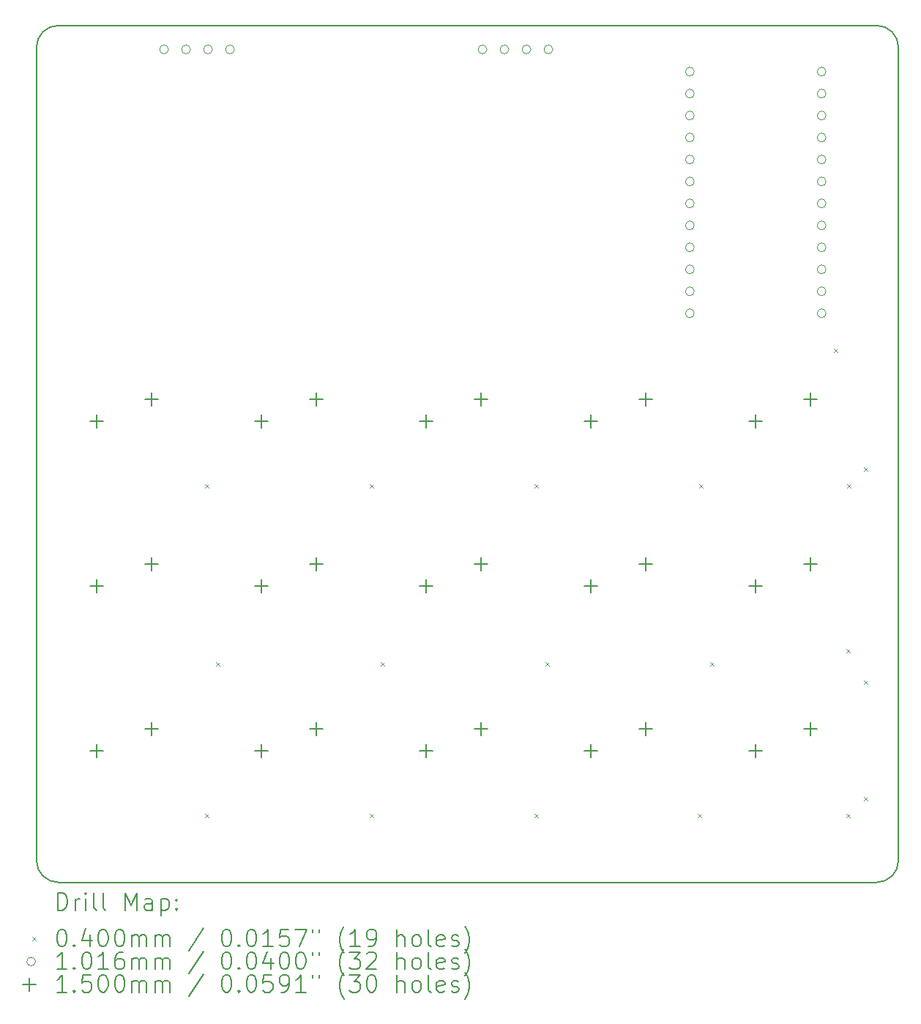
<source format=gbr>
%TF.GenerationSoftware,KiCad,Pcbnew,(6.0.10)*%
%TF.CreationDate,2023-01-16T10:49:57+01:00*%
%TF.ProjectId,FireKey,46697265-4b65-4792-9e6b-696361645f70,1.1.0*%
%TF.SameCoordinates,Original*%
%TF.FileFunction,Drillmap*%
%TF.FilePolarity,Positive*%
%FSLAX45Y45*%
G04 Gerber Fmt 4.5, Leading zero omitted, Abs format (unit mm)*
G04 Created by KiCad (PCBNEW (6.0.10)) date 2023-01-16 10:49:57*
%MOMM*%
%LPD*%
G01*
G04 APERTURE LIST*
%ADD10C,0.200000*%
%ADD11C,0.040000*%
%ADD12C,0.101600*%
%ADD13C,0.150000*%
G04 APERTURE END LIST*
D10*
X24955500Y-3810000D02*
X15494000Y-3810000D01*
X24955500Y-13716000D02*
X15494000Y-13716000D01*
X15240000Y-13462000D02*
G75*
G03*
X15494000Y-13716000I254000J0D01*
G01*
X24955500Y-13716000D02*
G75*
G03*
X25209500Y-13462000I0J254000D01*
G01*
X25209500Y-4064000D02*
G75*
G03*
X24955500Y-3810000I-254000J0D01*
G01*
X15494000Y-3810000D02*
G75*
G03*
X15240000Y-4064000I0J-254000D01*
G01*
X25209500Y-4064000D02*
X25209500Y-13462000D01*
X15240000Y-13462000D02*
X15240000Y-4064000D01*
D11*
X17188500Y-9111300D02*
X17228500Y-9151300D01*
X17228500Y-9111300D02*
X17188500Y-9151300D01*
X17188500Y-12921300D02*
X17228500Y-12961300D01*
X17228500Y-12921300D02*
X17188500Y-12961300D01*
X17315500Y-11168700D02*
X17355500Y-11208700D01*
X17355500Y-11168700D02*
X17315500Y-11208700D01*
X19093500Y-9111300D02*
X19133500Y-9151300D01*
X19133500Y-9111300D02*
X19093500Y-9151300D01*
X19093500Y-12921300D02*
X19133500Y-12961300D01*
X19133500Y-12921300D02*
X19093500Y-12961300D01*
X19220500Y-11168700D02*
X19260500Y-11208700D01*
X19260500Y-11168700D02*
X19220500Y-11208700D01*
X20998500Y-9111300D02*
X21038500Y-9151300D01*
X21038500Y-9111300D02*
X20998500Y-9151300D01*
X20998500Y-12921300D02*
X21038500Y-12961300D01*
X21038500Y-12921300D02*
X20998500Y-12961300D01*
X21125500Y-11168700D02*
X21165500Y-11208700D01*
X21165500Y-11168700D02*
X21125500Y-11208700D01*
X22890800Y-12921300D02*
X22930800Y-12961300D01*
X22930800Y-12921300D02*
X22890800Y-12961300D01*
X22903500Y-9111300D02*
X22943500Y-9151300D01*
X22943500Y-9111300D02*
X22903500Y-9151300D01*
X23030500Y-11168700D02*
X23070500Y-11208700D01*
X23070500Y-11168700D02*
X23030500Y-11208700D01*
X24465600Y-7549200D02*
X24505600Y-7589200D01*
X24505600Y-7549200D02*
X24465600Y-7589200D01*
X24605300Y-11016300D02*
X24645300Y-11056300D01*
X24645300Y-11016300D02*
X24605300Y-11056300D01*
X24605300Y-12921300D02*
X24645300Y-12961300D01*
X24645300Y-12921300D02*
X24605300Y-12961300D01*
X24618000Y-9111300D02*
X24658000Y-9151300D01*
X24658000Y-9111300D02*
X24618000Y-9151300D01*
X24808500Y-8920800D02*
X24848500Y-8960800D01*
X24848500Y-8920800D02*
X24808500Y-8960800D01*
X24808500Y-11384600D02*
X24848500Y-11424600D01*
X24848500Y-11384600D02*
X24808500Y-11424600D01*
X24808500Y-12730800D02*
X24848500Y-12770800D01*
X24848500Y-12730800D02*
X24808500Y-12770800D01*
D12*
X16767300Y-4087500D02*
G75*
G03*
X16767300Y-4087500I-50800J0D01*
G01*
X17021300Y-4087500D02*
G75*
G03*
X17021300Y-4087500I-50800J0D01*
G01*
X17275300Y-4087500D02*
G75*
G03*
X17275300Y-4087500I-50800J0D01*
G01*
X17529300Y-4087500D02*
G75*
G03*
X17529300Y-4087500I-50800J0D01*
G01*
X20450300Y-4087500D02*
G75*
G03*
X20450300Y-4087500I-50800J0D01*
G01*
X20704300Y-4087500D02*
G75*
G03*
X20704300Y-4087500I-50800J0D01*
G01*
X20958300Y-4087500D02*
G75*
G03*
X20958300Y-4087500I-50800J0D01*
G01*
X21212300Y-4087500D02*
G75*
G03*
X21212300Y-4087500I-50800J0D01*
G01*
X22847300Y-4343400D02*
G75*
G03*
X22847300Y-4343400I-50800J0D01*
G01*
X22847300Y-4597400D02*
G75*
G03*
X22847300Y-4597400I-50800J0D01*
G01*
X22847300Y-4851400D02*
G75*
G03*
X22847300Y-4851400I-50800J0D01*
G01*
X22847300Y-5105400D02*
G75*
G03*
X22847300Y-5105400I-50800J0D01*
G01*
X22847300Y-5359400D02*
G75*
G03*
X22847300Y-5359400I-50800J0D01*
G01*
X22847300Y-5613400D02*
G75*
G03*
X22847300Y-5613400I-50800J0D01*
G01*
X22847300Y-5867400D02*
G75*
G03*
X22847300Y-5867400I-50800J0D01*
G01*
X22847300Y-6121400D02*
G75*
G03*
X22847300Y-6121400I-50800J0D01*
G01*
X22847300Y-6375400D02*
G75*
G03*
X22847300Y-6375400I-50800J0D01*
G01*
X22847300Y-6629400D02*
G75*
G03*
X22847300Y-6629400I-50800J0D01*
G01*
X22847300Y-6883400D02*
G75*
G03*
X22847300Y-6883400I-50800J0D01*
G01*
X22847300Y-7137400D02*
G75*
G03*
X22847300Y-7137400I-50800J0D01*
G01*
X24371300Y-4343400D02*
G75*
G03*
X24371300Y-4343400I-50800J0D01*
G01*
X24371300Y-4597400D02*
G75*
G03*
X24371300Y-4597400I-50800J0D01*
G01*
X24371300Y-4851400D02*
G75*
G03*
X24371300Y-4851400I-50800J0D01*
G01*
X24371300Y-5105400D02*
G75*
G03*
X24371300Y-5105400I-50800J0D01*
G01*
X24371300Y-5359400D02*
G75*
G03*
X24371300Y-5359400I-50800J0D01*
G01*
X24371300Y-5613400D02*
G75*
G03*
X24371300Y-5613400I-50800J0D01*
G01*
X24371300Y-5867400D02*
G75*
G03*
X24371300Y-5867400I-50800J0D01*
G01*
X24371300Y-6121400D02*
G75*
G03*
X24371300Y-6121400I-50800J0D01*
G01*
X24371300Y-6375400D02*
G75*
G03*
X24371300Y-6375400I-50800J0D01*
G01*
X24371300Y-6629400D02*
G75*
G03*
X24371300Y-6629400I-50800J0D01*
G01*
X24371300Y-6883400D02*
G75*
G03*
X24371300Y-6883400I-50800J0D01*
G01*
X24371300Y-7137400D02*
G75*
G03*
X24371300Y-7137400I-50800J0D01*
G01*
D13*
X15938500Y-8307000D02*
X15938500Y-8457000D01*
X15863500Y-8382000D02*
X16013500Y-8382000D01*
X15938500Y-10212000D02*
X15938500Y-10362000D01*
X15863500Y-10287000D02*
X16013500Y-10287000D01*
X15938500Y-12117000D02*
X15938500Y-12267000D01*
X15863500Y-12192000D02*
X16013500Y-12192000D01*
X16573500Y-8053000D02*
X16573500Y-8203000D01*
X16498500Y-8128000D02*
X16648500Y-8128000D01*
X16573500Y-9958000D02*
X16573500Y-10108000D01*
X16498500Y-10033000D02*
X16648500Y-10033000D01*
X16573500Y-11863000D02*
X16573500Y-12013000D01*
X16498500Y-11938000D02*
X16648500Y-11938000D01*
X17843500Y-8307000D02*
X17843500Y-8457000D01*
X17768500Y-8382000D02*
X17918500Y-8382000D01*
X17843500Y-10212000D02*
X17843500Y-10362000D01*
X17768500Y-10287000D02*
X17918500Y-10287000D01*
X17843500Y-12117000D02*
X17843500Y-12267000D01*
X17768500Y-12192000D02*
X17918500Y-12192000D01*
X18478500Y-8053000D02*
X18478500Y-8203000D01*
X18403500Y-8128000D02*
X18553500Y-8128000D01*
X18478500Y-9958000D02*
X18478500Y-10108000D01*
X18403500Y-10033000D02*
X18553500Y-10033000D01*
X18478500Y-11863000D02*
X18478500Y-12013000D01*
X18403500Y-11938000D02*
X18553500Y-11938000D01*
X19748500Y-8307000D02*
X19748500Y-8457000D01*
X19673500Y-8382000D02*
X19823500Y-8382000D01*
X19748500Y-10212000D02*
X19748500Y-10362000D01*
X19673500Y-10287000D02*
X19823500Y-10287000D01*
X19748500Y-12117000D02*
X19748500Y-12267000D01*
X19673500Y-12192000D02*
X19823500Y-12192000D01*
X20383500Y-8053000D02*
X20383500Y-8203000D01*
X20308500Y-8128000D02*
X20458500Y-8128000D01*
X20383500Y-9958000D02*
X20383500Y-10108000D01*
X20308500Y-10033000D02*
X20458500Y-10033000D01*
X20383500Y-11863000D02*
X20383500Y-12013000D01*
X20308500Y-11938000D02*
X20458500Y-11938000D01*
X21653500Y-8307000D02*
X21653500Y-8457000D01*
X21578500Y-8382000D02*
X21728500Y-8382000D01*
X21653500Y-10212000D02*
X21653500Y-10362000D01*
X21578500Y-10287000D02*
X21728500Y-10287000D01*
X21653500Y-12117000D02*
X21653500Y-12267000D01*
X21578500Y-12192000D02*
X21728500Y-12192000D01*
X22288500Y-8053000D02*
X22288500Y-8203000D01*
X22213500Y-8128000D02*
X22363500Y-8128000D01*
X22288500Y-9958000D02*
X22288500Y-10108000D01*
X22213500Y-10033000D02*
X22363500Y-10033000D01*
X22288500Y-11863000D02*
X22288500Y-12013000D01*
X22213500Y-11938000D02*
X22363500Y-11938000D01*
X23558500Y-8307000D02*
X23558500Y-8457000D01*
X23483500Y-8382000D02*
X23633500Y-8382000D01*
X23558500Y-10212000D02*
X23558500Y-10362000D01*
X23483500Y-10287000D02*
X23633500Y-10287000D01*
X23558500Y-12117000D02*
X23558500Y-12267000D01*
X23483500Y-12192000D02*
X23633500Y-12192000D01*
X24193500Y-8053000D02*
X24193500Y-8203000D01*
X24118500Y-8128000D02*
X24268500Y-8128000D01*
X24193500Y-9958000D02*
X24193500Y-10108000D01*
X24118500Y-10033000D02*
X24268500Y-10033000D01*
X24193500Y-11863000D02*
X24193500Y-12013000D01*
X24118500Y-11938000D02*
X24268500Y-11938000D01*
D10*
X15487619Y-14036476D02*
X15487619Y-13836476D01*
X15535238Y-13836476D01*
X15563809Y-13846000D01*
X15582857Y-13865048D01*
X15592381Y-13884095D01*
X15601905Y-13922190D01*
X15601905Y-13950762D01*
X15592381Y-13988857D01*
X15582857Y-14007905D01*
X15563809Y-14026952D01*
X15535238Y-14036476D01*
X15487619Y-14036476D01*
X15687619Y-14036476D02*
X15687619Y-13903143D01*
X15687619Y-13941238D02*
X15697143Y-13922190D01*
X15706667Y-13912667D01*
X15725714Y-13903143D01*
X15744762Y-13903143D01*
X15811428Y-14036476D02*
X15811428Y-13903143D01*
X15811428Y-13836476D02*
X15801905Y-13846000D01*
X15811428Y-13855524D01*
X15820952Y-13846000D01*
X15811428Y-13836476D01*
X15811428Y-13855524D01*
X15935238Y-14036476D02*
X15916190Y-14026952D01*
X15906667Y-14007905D01*
X15906667Y-13836476D01*
X16040000Y-14036476D02*
X16020952Y-14026952D01*
X16011428Y-14007905D01*
X16011428Y-13836476D01*
X16268571Y-14036476D02*
X16268571Y-13836476D01*
X16335238Y-13979333D01*
X16401905Y-13836476D01*
X16401905Y-14036476D01*
X16582857Y-14036476D02*
X16582857Y-13931714D01*
X16573333Y-13912667D01*
X16554286Y-13903143D01*
X16516190Y-13903143D01*
X16497143Y-13912667D01*
X16582857Y-14026952D02*
X16563809Y-14036476D01*
X16516190Y-14036476D01*
X16497143Y-14026952D01*
X16487619Y-14007905D01*
X16487619Y-13988857D01*
X16497143Y-13969809D01*
X16516190Y-13960286D01*
X16563809Y-13960286D01*
X16582857Y-13950762D01*
X16678095Y-13903143D02*
X16678095Y-14103143D01*
X16678095Y-13912667D02*
X16697143Y-13903143D01*
X16735238Y-13903143D01*
X16754286Y-13912667D01*
X16763809Y-13922190D01*
X16773333Y-13941238D01*
X16773333Y-13998381D01*
X16763809Y-14017428D01*
X16754286Y-14026952D01*
X16735238Y-14036476D01*
X16697143Y-14036476D01*
X16678095Y-14026952D01*
X16859048Y-14017428D02*
X16868571Y-14026952D01*
X16859048Y-14036476D01*
X16849524Y-14026952D01*
X16859048Y-14017428D01*
X16859048Y-14036476D01*
X16859048Y-13912667D02*
X16868571Y-13922190D01*
X16859048Y-13931714D01*
X16849524Y-13922190D01*
X16859048Y-13912667D01*
X16859048Y-13931714D01*
D11*
X15190000Y-14346000D02*
X15230000Y-14386000D01*
X15230000Y-14346000D02*
X15190000Y-14386000D01*
D10*
X15525714Y-14256476D02*
X15544762Y-14256476D01*
X15563809Y-14266000D01*
X15573333Y-14275524D01*
X15582857Y-14294571D01*
X15592381Y-14332667D01*
X15592381Y-14380286D01*
X15582857Y-14418381D01*
X15573333Y-14437428D01*
X15563809Y-14446952D01*
X15544762Y-14456476D01*
X15525714Y-14456476D01*
X15506667Y-14446952D01*
X15497143Y-14437428D01*
X15487619Y-14418381D01*
X15478095Y-14380286D01*
X15478095Y-14332667D01*
X15487619Y-14294571D01*
X15497143Y-14275524D01*
X15506667Y-14266000D01*
X15525714Y-14256476D01*
X15678095Y-14437428D02*
X15687619Y-14446952D01*
X15678095Y-14456476D01*
X15668571Y-14446952D01*
X15678095Y-14437428D01*
X15678095Y-14456476D01*
X15859048Y-14323143D02*
X15859048Y-14456476D01*
X15811428Y-14246952D02*
X15763809Y-14389809D01*
X15887619Y-14389809D01*
X16001905Y-14256476D02*
X16020952Y-14256476D01*
X16040000Y-14266000D01*
X16049524Y-14275524D01*
X16059048Y-14294571D01*
X16068571Y-14332667D01*
X16068571Y-14380286D01*
X16059048Y-14418381D01*
X16049524Y-14437428D01*
X16040000Y-14446952D01*
X16020952Y-14456476D01*
X16001905Y-14456476D01*
X15982857Y-14446952D01*
X15973333Y-14437428D01*
X15963809Y-14418381D01*
X15954286Y-14380286D01*
X15954286Y-14332667D01*
X15963809Y-14294571D01*
X15973333Y-14275524D01*
X15982857Y-14266000D01*
X16001905Y-14256476D01*
X16192381Y-14256476D02*
X16211428Y-14256476D01*
X16230476Y-14266000D01*
X16240000Y-14275524D01*
X16249524Y-14294571D01*
X16259048Y-14332667D01*
X16259048Y-14380286D01*
X16249524Y-14418381D01*
X16240000Y-14437428D01*
X16230476Y-14446952D01*
X16211428Y-14456476D01*
X16192381Y-14456476D01*
X16173333Y-14446952D01*
X16163809Y-14437428D01*
X16154286Y-14418381D01*
X16144762Y-14380286D01*
X16144762Y-14332667D01*
X16154286Y-14294571D01*
X16163809Y-14275524D01*
X16173333Y-14266000D01*
X16192381Y-14256476D01*
X16344762Y-14456476D02*
X16344762Y-14323143D01*
X16344762Y-14342190D02*
X16354286Y-14332667D01*
X16373333Y-14323143D01*
X16401905Y-14323143D01*
X16420952Y-14332667D01*
X16430476Y-14351714D01*
X16430476Y-14456476D01*
X16430476Y-14351714D02*
X16440000Y-14332667D01*
X16459048Y-14323143D01*
X16487619Y-14323143D01*
X16506667Y-14332667D01*
X16516190Y-14351714D01*
X16516190Y-14456476D01*
X16611428Y-14456476D02*
X16611428Y-14323143D01*
X16611428Y-14342190D02*
X16620952Y-14332667D01*
X16640000Y-14323143D01*
X16668571Y-14323143D01*
X16687619Y-14332667D01*
X16697143Y-14351714D01*
X16697143Y-14456476D01*
X16697143Y-14351714D02*
X16706667Y-14332667D01*
X16725714Y-14323143D01*
X16754286Y-14323143D01*
X16773333Y-14332667D01*
X16782857Y-14351714D01*
X16782857Y-14456476D01*
X17173333Y-14246952D02*
X17001905Y-14504095D01*
X17430476Y-14256476D02*
X17449524Y-14256476D01*
X17468571Y-14266000D01*
X17478095Y-14275524D01*
X17487619Y-14294571D01*
X17497143Y-14332667D01*
X17497143Y-14380286D01*
X17487619Y-14418381D01*
X17478095Y-14437428D01*
X17468571Y-14446952D01*
X17449524Y-14456476D01*
X17430476Y-14456476D01*
X17411429Y-14446952D01*
X17401905Y-14437428D01*
X17392381Y-14418381D01*
X17382857Y-14380286D01*
X17382857Y-14332667D01*
X17392381Y-14294571D01*
X17401905Y-14275524D01*
X17411429Y-14266000D01*
X17430476Y-14256476D01*
X17582857Y-14437428D02*
X17592381Y-14446952D01*
X17582857Y-14456476D01*
X17573333Y-14446952D01*
X17582857Y-14437428D01*
X17582857Y-14456476D01*
X17716190Y-14256476D02*
X17735238Y-14256476D01*
X17754286Y-14266000D01*
X17763810Y-14275524D01*
X17773333Y-14294571D01*
X17782857Y-14332667D01*
X17782857Y-14380286D01*
X17773333Y-14418381D01*
X17763810Y-14437428D01*
X17754286Y-14446952D01*
X17735238Y-14456476D01*
X17716190Y-14456476D01*
X17697143Y-14446952D01*
X17687619Y-14437428D01*
X17678095Y-14418381D01*
X17668571Y-14380286D01*
X17668571Y-14332667D01*
X17678095Y-14294571D01*
X17687619Y-14275524D01*
X17697143Y-14266000D01*
X17716190Y-14256476D01*
X17973333Y-14456476D02*
X17859048Y-14456476D01*
X17916190Y-14456476D02*
X17916190Y-14256476D01*
X17897143Y-14285048D01*
X17878095Y-14304095D01*
X17859048Y-14313619D01*
X18154286Y-14256476D02*
X18059048Y-14256476D01*
X18049524Y-14351714D01*
X18059048Y-14342190D01*
X18078095Y-14332667D01*
X18125714Y-14332667D01*
X18144762Y-14342190D01*
X18154286Y-14351714D01*
X18163810Y-14370762D01*
X18163810Y-14418381D01*
X18154286Y-14437428D01*
X18144762Y-14446952D01*
X18125714Y-14456476D01*
X18078095Y-14456476D01*
X18059048Y-14446952D01*
X18049524Y-14437428D01*
X18230476Y-14256476D02*
X18363810Y-14256476D01*
X18278095Y-14456476D01*
X18430476Y-14256476D02*
X18430476Y-14294571D01*
X18506667Y-14256476D02*
X18506667Y-14294571D01*
X18801905Y-14532667D02*
X18792381Y-14523143D01*
X18773333Y-14494571D01*
X18763810Y-14475524D01*
X18754286Y-14446952D01*
X18744762Y-14399333D01*
X18744762Y-14361238D01*
X18754286Y-14313619D01*
X18763810Y-14285048D01*
X18773333Y-14266000D01*
X18792381Y-14237428D01*
X18801905Y-14227905D01*
X18982857Y-14456476D02*
X18868571Y-14456476D01*
X18925714Y-14456476D02*
X18925714Y-14256476D01*
X18906667Y-14285048D01*
X18887619Y-14304095D01*
X18868571Y-14313619D01*
X19078095Y-14456476D02*
X19116190Y-14456476D01*
X19135238Y-14446952D01*
X19144762Y-14437428D01*
X19163810Y-14408857D01*
X19173333Y-14370762D01*
X19173333Y-14294571D01*
X19163810Y-14275524D01*
X19154286Y-14266000D01*
X19135238Y-14256476D01*
X19097143Y-14256476D01*
X19078095Y-14266000D01*
X19068571Y-14275524D01*
X19059048Y-14294571D01*
X19059048Y-14342190D01*
X19068571Y-14361238D01*
X19078095Y-14370762D01*
X19097143Y-14380286D01*
X19135238Y-14380286D01*
X19154286Y-14370762D01*
X19163810Y-14361238D01*
X19173333Y-14342190D01*
X19411429Y-14456476D02*
X19411429Y-14256476D01*
X19497143Y-14456476D02*
X19497143Y-14351714D01*
X19487619Y-14332667D01*
X19468571Y-14323143D01*
X19440000Y-14323143D01*
X19420952Y-14332667D01*
X19411429Y-14342190D01*
X19620952Y-14456476D02*
X19601905Y-14446952D01*
X19592381Y-14437428D01*
X19582857Y-14418381D01*
X19582857Y-14361238D01*
X19592381Y-14342190D01*
X19601905Y-14332667D01*
X19620952Y-14323143D01*
X19649524Y-14323143D01*
X19668571Y-14332667D01*
X19678095Y-14342190D01*
X19687619Y-14361238D01*
X19687619Y-14418381D01*
X19678095Y-14437428D01*
X19668571Y-14446952D01*
X19649524Y-14456476D01*
X19620952Y-14456476D01*
X19801905Y-14456476D02*
X19782857Y-14446952D01*
X19773333Y-14427905D01*
X19773333Y-14256476D01*
X19954286Y-14446952D02*
X19935238Y-14456476D01*
X19897143Y-14456476D01*
X19878095Y-14446952D01*
X19868571Y-14427905D01*
X19868571Y-14351714D01*
X19878095Y-14332667D01*
X19897143Y-14323143D01*
X19935238Y-14323143D01*
X19954286Y-14332667D01*
X19963810Y-14351714D01*
X19963810Y-14370762D01*
X19868571Y-14389809D01*
X20040000Y-14446952D02*
X20059048Y-14456476D01*
X20097143Y-14456476D01*
X20116190Y-14446952D01*
X20125714Y-14427905D01*
X20125714Y-14418381D01*
X20116190Y-14399333D01*
X20097143Y-14389809D01*
X20068571Y-14389809D01*
X20049524Y-14380286D01*
X20040000Y-14361238D01*
X20040000Y-14351714D01*
X20049524Y-14332667D01*
X20068571Y-14323143D01*
X20097143Y-14323143D01*
X20116190Y-14332667D01*
X20192381Y-14532667D02*
X20201905Y-14523143D01*
X20220952Y-14494571D01*
X20230476Y-14475524D01*
X20240000Y-14446952D01*
X20249524Y-14399333D01*
X20249524Y-14361238D01*
X20240000Y-14313619D01*
X20230476Y-14285048D01*
X20220952Y-14266000D01*
X20201905Y-14237428D01*
X20192381Y-14227905D01*
D12*
X15230000Y-14630000D02*
G75*
G03*
X15230000Y-14630000I-50800J0D01*
G01*
D10*
X15592381Y-14720476D02*
X15478095Y-14720476D01*
X15535238Y-14720476D02*
X15535238Y-14520476D01*
X15516190Y-14549048D01*
X15497143Y-14568095D01*
X15478095Y-14577619D01*
X15678095Y-14701428D02*
X15687619Y-14710952D01*
X15678095Y-14720476D01*
X15668571Y-14710952D01*
X15678095Y-14701428D01*
X15678095Y-14720476D01*
X15811428Y-14520476D02*
X15830476Y-14520476D01*
X15849524Y-14530000D01*
X15859048Y-14539524D01*
X15868571Y-14558571D01*
X15878095Y-14596667D01*
X15878095Y-14644286D01*
X15868571Y-14682381D01*
X15859048Y-14701428D01*
X15849524Y-14710952D01*
X15830476Y-14720476D01*
X15811428Y-14720476D01*
X15792381Y-14710952D01*
X15782857Y-14701428D01*
X15773333Y-14682381D01*
X15763809Y-14644286D01*
X15763809Y-14596667D01*
X15773333Y-14558571D01*
X15782857Y-14539524D01*
X15792381Y-14530000D01*
X15811428Y-14520476D01*
X16068571Y-14720476D02*
X15954286Y-14720476D01*
X16011428Y-14720476D02*
X16011428Y-14520476D01*
X15992381Y-14549048D01*
X15973333Y-14568095D01*
X15954286Y-14577619D01*
X16240000Y-14520476D02*
X16201905Y-14520476D01*
X16182857Y-14530000D01*
X16173333Y-14539524D01*
X16154286Y-14568095D01*
X16144762Y-14606190D01*
X16144762Y-14682381D01*
X16154286Y-14701428D01*
X16163809Y-14710952D01*
X16182857Y-14720476D01*
X16220952Y-14720476D01*
X16240000Y-14710952D01*
X16249524Y-14701428D01*
X16259048Y-14682381D01*
X16259048Y-14634762D01*
X16249524Y-14615714D01*
X16240000Y-14606190D01*
X16220952Y-14596667D01*
X16182857Y-14596667D01*
X16163809Y-14606190D01*
X16154286Y-14615714D01*
X16144762Y-14634762D01*
X16344762Y-14720476D02*
X16344762Y-14587143D01*
X16344762Y-14606190D02*
X16354286Y-14596667D01*
X16373333Y-14587143D01*
X16401905Y-14587143D01*
X16420952Y-14596667D01*
X16430476Y-14615714D01*
X16430476Y-14720476D01*
X16430476Y-14615714D02*
X16440000Y-14596667D01*
X16459048Y-14587143D01*
X16487619Y-14587143D01*
X16506667Y-14596667D01*
X16516190Y-14615714D01*
X16516190Y-14720476D01*
X16611428Y-14720476D02*
X16611428Y-14587143D01*
X16611428Y-14606190D02*
X16620952Y-14596667D01*
X16640000Y-14587143D01*
X16668571Y-14587143D01*
X16687619Y-14596667D01*
X16697143Y-14615714D01*
X16697143Y-14720476D01*
X16697143Y-14615714D02*
X16706667Y-14596667D01*
X16725714Y-14587143D01*
X16754286Y-14587143D01*
X16773333Y-14596667D01*
X16782857Y-14615714D01*
X16782857Y-14720476D01*
X17173333Y-14510952D02*
X17001905Y-14768095D01*
X17430476Y-14520476D02*
X17449524Y-14520476D01*
X17468571Y-14530000D01*
X17478095Y-14539524D01*
X17487619Y-14558571D01*
X17497143Y-14596667D01*
X17497143Y-14644286D01*
X17487619Y-14682381D01*
X17478095Y-14701428D01*
X17468571Y-14710952D01*
X17449524Y-14720476D01*
X17430476Y-14720476D01*
X17411429Y-14710952D01*
X17401905Y-14701428D01*
X17392381Y-14682381D01*
X17382857Y-14644286D01*
X17382857Y-14596667D01*
X17392381Y-14558571D01*
X17401905Y-14539524D01*
X17411429Y-14530000D01*
X17430476Y-14520476D01*
X17582857Y-14701428D02*
X17592381Y-14710952D01*
X17582857Y-14720476D01*
X17573333Y-14710952D01*
X17582857Y-14701428D01*
X17582857Y-14720476D01*
X17716190Y-14520476D02*
X17735238Y-14520476D01*
X17754286Y-14530000D01*
X17763810Y-14539524D01*
X17773333Y-14558571D01*
X17782857Y-14596667D01*
X17782857Y-14644286D01*
X17773333Y-14682381D01*
X17763810Y-14701428D01*
X17754286Y-14710952D01*
X17735238Y-14720476D01*
X17716190Y-14720476D01*
X17697143Y-14710952D01*
X17687619Y-14701428D01*
X17678095Y-14682381D01*
X17668571Y-14644286D01*
X17668571Y-14596667D01*
X17678095Y-14558571D01*
X17687619Y-14539524D01*
X17697143Y-14530000D01*
X17716190Y-14520476D01*
X17954286Y-14587143D02*
X17954286Y-14720476D01*
X17906667Y-14510952D02*
X17859048Y-14653809D01*
X17982857Y-14653809D01*
X18097143Y-14520476D02*
X18116190Y-14520476D01*
X18135238Y-14530000D01*
X18144762Y-14539524D01*
X18154286Y-14558571D01*
X18163810Y-14596667D01*
X18163810Y-14644286D01*
X18154286Y-14682381D01*
X18144762Y-14701428D01*
X18135238Y-14710952D01*
X18116190Y-14720476D01*
X18097143Y-14720476D01*
X18078095Y-14710952D01*
X18068571Y-14701428D01*
X18059048Y-14682381D01*
X18049524Y-14644286D01*
X18049524Y-14596667D01*
X18059048Y-14558571D01*
X18068571Y-14539524D01*
X18078095Y-14530000D01*
X18097143Y-14520476D01*
X18287619Y-14520476D02*
X18306667Y-14520476D01*
X18325714Y-14530000D01*
X18335238Y-14539524D01*
X18344762Y-14558571D01*
X18354286Y-14596667D01*
X18354286Y-14644286D01*
X18344762Y-14682381D01*
X18335238Y-14701428D01*
X18325714Y-14710952D01*
X18306667Y-14720476D01*
X18287619Y-14720476D01*
X18268571Y-14710952D01*
X18259048Y-14701428D01*
X18249524Y-14682381D01*
X18240000Y-14644286D01*
X18240000Y-14596667D01*
X18249524Y-14558571D01*
X18259048Y-14539524D01*
X18268571Y-14530000D01*
X18287619Y-14520476D01*
X18430476Y-14520476D02*
X18430476Y-14558571D01*
X18506667Y-14520476D02*
X18506667Y-14558571D01*
X18801905Y-14796667D02*
X18792381Y-14787143D01*
X18773333Y-14758571D01*
X18763810Y-14739524D01*
X18754286Y-14710952D01*
X18744762Y-14663333D01*
X18744762Y-14625238D01*
X18754286Y-14577619D01*
X18763810Y-14549048D01*
X18773333Y-14530000D01*
X18792381Y-14501428D01*
X18801905Y-14491905D01*
X18859048Y-14520476D02*
X18982857Y-14520476D01*
X18916190Y-14596667D01*
X18944762Y-14596667D01*
X18963810Y-14606190D01*
X18973333Y-14615714D01*
X18982857Y-14634762D01*
X18982857Y-14682381D01*
X18973333Y-14701428D01*
X18963810Y-14710952D01*
X18944762Y-14720476D01*
X18887619Y-14720476D01*
X18868571Y-14710952D01*
X18859048Y-14701428D01*
X19059048Y-14539524D02*
X19068571Y-14530000D01*
X19087619Y-14520476D01*
X19135238Y-14520476D01*
X19154286Y-14530000D01*
X19163810Y-14539524D01*
X19173333Y-14558571D01*
X19173333Y-14577619D01*
X19163810Y-14606190D01*
X19049524Y-14720476D01*
X19173333Y-14720476D01*
X19411429Y-14720476D02*
X19411429Y-14520476D01*
X19497143Y-14720476D02*
X19497143Y-14615714D01*
X19487619Y-14596667D01*
X19468571Y-14587143D01*
X19440000Y-14587143D01*
X19420952Y-14596667D01*
X19411429Y-14606190D01*
X19620952Y-14720476D02*
X19601905Y-14710952D01*
X19592381Y-14701428D01*
X19582857Y-14682381D01*
X19582857Y-14625238D01*
X19592381Y-14606190D01*
X19601905Y-14596667D01*
X19620952Y-14587143D01*
X19649524Y-14587143D01*
X19668571Y-14596667D01*
X19678095Y-14606190D01*
X19687619Y-14625238D01*
X19687619Y-14682381D01*
X19678095Y-14701428D01*
X19668571Y-14710952D01*
X19649524Y-14720476D01*
X19620952Y-14720476D01*
X19801905Y-14720476D02*
X19782857Y-14710952D01*
X19773333Y-14691905D01*
X19773333Y-14520476D01*
X19954286Y-14710952D02*
X19935238Y-14720476D01*
X19897143Y-14720476D01*
X19878095Y-14710952D01*
X19868571Y-14691905D01*
X19868571Y-14615714D01*
X19878095Y-14596667D01*
X19897143Y-14587143D01*
X19935238Y-14587143D01*
X19954286Y-14596667D01*
X19963810Y-14615714D01*
X19963810Y-14634762D01*
X19868571Y-14653809D01*
X20040000Y-14710952D02*
X20059048Y-14720476D01*
X20097143Y-14720476D01*
X20116190Y-14710952D01*
X20125714Y-14691905D01*
X20125714Y-14682381D01*
X20116190Y-14663333D01*
X20097143Y-14653809D01*
X20068571Y-14653809D01*
X20049524Y-14644286D01*
X20040000Y-14625238D01*
X20040000Y-14615714D01*
X20049524Y-14596667D01*
X20068571Y-14587143D01*
X20097143Y-14587143D01*
X20116190Y-14596667D01*
X20192381Y-14796667D02*
X20201905Y-14787143D01*
X20220952Y-14758571D01*
X20230476Y-14739524D01*
X20240000Y-14710952D01*
X20249524Y-14663333D01*
X20249524Y-14625238D01*
X20240000Y-14577619D01*
X20230476Y-14549048D01*
X20220952Y-14530000D01*
X20201905Y-14501428D01*
X20192381Y-14491905D01*
D13*
X15155000Y-14819000D02*
X15155000Y-14969000D01*
X15080000Y-14894000D02*
X15230000Y-14894000D01*
D10*
X15592381Y-14984476D02*
X15478095Y-14984476D01*
X15535238Y-14984476D02*
X15535238Y-14784476D01*
X15516190Y-14813048D01*
X15497143Y-14832095D01*
X15478095Y-14841619D01*
X15678095Y-14965428D02*
X15687619Y-14974952D01*
X15678095Y-14984476D01*
X15668571Y-14974952D01*
X15678095Y-14965428D01*
X15678095Y-14984476D01*
X15868571Y-14784476D02*
X15773333Y-14784476D01*
X15763809Y-14879714D01*
X15773333Y-14870190D01*
X15792381Y-14860667D01*
X15840000Y-14860667D01*
X15859048Y-14870190D01*
X15868571Y-14879714D01*
X15878095Y-14898762D01*
X15878095Y-14946381D01*
X15868571Y-14965428D01*
X15859048Y-14974952D01*
X15840000Y-14984476D01*
X15792381Y-14984476D01*
X15773333Y-14974952D01*
X15763809Y-14965428D01*
X16001905Y-14784476D02*
X16020952Y-14784476D01*
X16040000Y-14794000D01*
X16049524Y-14803524D01*
X16059048Y-14822571D01*
X16068571Y-14860667D01*
X16068571Y-14908286D01*
X16059048Y-14946381D01*
X16049524Y-14965428D01*
X16040000Y-14974952D01*
X16020952Y-14984476D01*
X16001905Y-14984476D01*
X15982857Y-14974952D01*
X15973333Y-14965428D01*
X15963809Y-14946381D01*
X15954286Y-14908286D01*
X15954286Y-14860667D01*
X15963809Y-14822571D01*
X15973333Y-14803524D01*
X15982857Y-14794000D01*
X16001905Y-14784476D01*
X16192381Y-14784476D02*
X16211428Y-14784476D01*
X16230476Y-14794000D01*
X16240000Y-14803524D01*
X16249524Y-14822571D01*
X16259048Y-14860667D01*
X16259048Y-14908286D01*
X16249524Y-14946381D01*
X16240000Y-14965428D01*
X16230476Y-14974952D01*
X16211428Y-14984476D01*
X16192381Y-14984476D01*
X16173333Y-14974952D01*
X16163809Y-14965428D01*
X16154286Y-14946381D01*
X16144762Y-14908286D01*
X16144762Y-14860667D01*
X16154286Y-14822571D01*
X16163809Y-14803524D01*
X16173333Y-14794000D01*
X16192381Y-14784476D01*
X16344762Y-14984476D02*
X16344762Y-14851143D01*
X16344762Y-14870190D02*
X16354286Y-14860667D01*
X16373333Y-14851143D01*
X16401905Y-14851143D01*
X16420952Y-14860667D01*
X16430476Y-14879714D01*
X16430476Y-14984476D01*
X16430476Y-14879714D02*
X16440000Y-14860667D01*
X16459048Y-14851143D01*
X16487619Y-14851143D01*
X16506667Y-14860667D01*
X16516190Y-14879714D01*
X16516190Y-14984476D01*
X16611428Y-14984476D02*
X16611428Y-14851143D01*
X16611428Y-14870190D02*
X16620952Y-14860667D01*
X16640000Y-14851143D01*
X16668571Y-14851143D01*
X16687619Y-14860667D01*
X16697143Y-14879714D01*
X16697143Y-14984476D01*
X16697143Y-14879714D02*
X16706667Y-14860667D01*
X16725714Y-14851143D01*
X16754286Y-14851143D01*
X16773333Y-14860667D01*
X16782857Y-14879714D01*
X16782857Y-14984476D01*
X17173333Y-14774952D02*
X17001905Y-15032095D01*
X17430476Y-14784476D02*
X17449524Y-14784476D01*
X17468571Y-14794000D01*
X17478095Y-14803524D01*
X17487619Y-14822571D01*
X17497143Y-14860667D01*
X17497143Y-14908286D01*
X17487619Y-14946381D01*
X17478095Y-14965428D01*
X17468571Y-14974952D01*
X17449524Y-14984476D01*
X17430476Y-14984476D01*
X17411429Y-14974952D01*
X17401905Y-14965428D01*
X17392381Y-14946381D01*
X17382857Y-14908286D01*
X17382857Y-14860667D01*
X17392381Y-14822571D01*
X17401905Y-14803524D01*
X17411429Y-14794000D01*
X17430476Y-14784476D01*
X17582857Y-14965428D02*
X17592381Y-14974952D01*
X17582857Y-14984476D01*
X17573333Y-14974952D01*
X17582857Y-14965428D01*
X17582857Y-14984476D01*
X17716190Y-14784476D02*
X17735238Y-14784476D01*
X17754286Y-14794000D01*
X17763810Y-14803524D01*
X17773333Y-14822571D01*
X17782857Y-14860667D01*
X17782857Y-14908286D01*
X17773333Y-14946381D01*
X17763810Y-14965428D01*
X17754286Y-14974952D01*
X17735238Y-14984476D01*
X17716190Y-14984476D01*
X17697143Y-14974952D01*
X17687619Y-14965428D01*
X17678095Y-14946381D01*
X17668571Y-14908286D01*
X17668571Y-14860667D01*
X17678095Y-14822571D01*
X17687619Y-14803524D01*
X17697143Y-14794000D01*
X17716190Y-14784476D01*
X17963810Y-14784476D02*
X17868571Y-14784476D01*
X17859048Y-14879714D01*
X17868571Y-14870190D01*
X17887619Y-14860667D01*
X17935238Y-14860667D01*
X17954286Y-14870190D01*
X17963810Y-14879714D01*
X17973333Y-14898762D01*
X17973333Y-14946381D01*
X17963810Y-14965428D01*
X17954286Y-14974952D01*
X17935238Y-14984476D01*
X17887619Y-14984476D01*
X17868571Y-14974952D01*
X17859048Y-14965428D01*
X18068571Y-14984476D02*
X18106667Y-14984476D01*
X18125714Y-14974952D01*
X18135238Y-14965428D01*
X18154286Y-14936857D01*
X18163810Y-14898762D01*
X18163810Y-14822571D01*
X18154286Y-14803524D01*
X18144762Y-14794000D01*
X18125714Y-14784476D01*
X18087619Y-14784476D01*
X18068571Y-14794000D01*
X18059048Y-14803524D01*
X18049524Y-14822571D01*
X18049524Y-14870190D01*
X18059048Y-14889238D01*
X18068571Y-14898762D01*
X18087619Y-14908286D01*
X18125714Y-14908286D01*
X18144762Y-14898762D01*
X18154286Y-14889238D01*
X18163810Y-14870190D01*
X18354286Y-14984476D02*
X18240000Y-14984476D01*
X18297143Y-14984476D02*
X18297143Y-14784476D01*
X18278095Y-14813048D01*
X18259048Y-14832095D01*
X18240000Y-14841619D01*
X18430476Y-14784476D02*
X18430476Y-14822571D01*
X18506667Y-14784476D02*
X18506667Y-14822571D01*
X18801905Y-15060667D02*
X18792381Y-15051143D01*
X18773333Y-15022571D01*
X18763810Y-15003524D01*
X18754286Y-14974952D01*
X18744762Y-14927333D01*
X18744762Y-14889238D01*
X18754286Y-14841619D01*
X18763810Y-14813048D01*
X18773333Y-14794000D01*
X18792381Y-14765428D01*
X18801905Y-14755905D01*
X18859048Y-14784476D02*
X18982857Y-14784476D01*
X18916190Y-14860667D01*
X18944762Y-14860667D01*
X18963810Y-14870190D01*
X18973333Y-14879714D01*
X18982857Y-14898762D01*
X18982857Y-14946381D01*
X18973333Y-14965428D01*
X18963810Y-14974952D01*
X18944762Y-14984476D01*
X18887619Y-14984476D01*
X18868571Y-14974952D01*
X18859048Y-14965428D01*
X19106667Y-14784476D02*
X19125714Y-14784476D01*
X19144762Y-14794000D01*
X19154286Y-14803524D01*
X19163810Y-14822571D01*
X19173333Y-14860667D01*
X19173333Y-14908286D01*
X19163810Y-14946381D01*
X19154286Y-14965428D01*
X19144762Y-14974952D01*
X19125714Y-14984476D01*
X19106667Y-14984476D01*
X19087619Y-14974952D01*
X19078095Y-14965428D01*
X19068571Y-14946381D01*
X19059048Y-14908286D01*
X19059048Y-14860667D01*
X19068571Y-14822571D01*
X19078095Y-14803524D01*
X19087619Y-14794000D01*
X19106667Y-14784476D01*
X19411429Y-14984476D02*
X19411429Y-14784476D01*
X19497143Y-14984476D02*
X19497143Y-14879714D01*
X19487619Y-14860667D01*
X19468571Y-14851143D01*
X19440000Y-14851143D01*
X19420952Y-14860667D01*
X19411429Y-14870190D01*
X19620952Y-14984476D02*
X19601905Y-14974952D01*
X19592381Y-14965428D01*
X19582857Y-14946381D01*
X19582857Y-14889238D01*
X19592381Y-14870190D01*
X19601905Y-14860667D01*
X19620952Y-14851143D01*
X19649524Y-14851143D01*
X19668571Y-14860667D01*
X19678095Y-14870190D01*
X19687619Y-14889238D01*
X19687619Y-14946381D01*
X19678095Y-14965428D01*
X19668571Y-14974952D01*
X19649524Y-14984476D01*
X19620952Y-14984476D01*
X19801905Y-14984476D02*
X19782857Y-14974952D01*
X19773333Y-14955905D01*
X19773333Y-14784476D01*
X19954286Y-14974952D02*
X19935238Y-14984476D01*
X19897143Y-14984476D01*
X19878095Y-14974952D01*
X19868571Y-14955905D01*
X19868571Y-14879714D01*
X19878095Y-14860667D01*
X19897143Y-14851143D01*
X19935238Y-14851143D01*
X19954286Y-14860667D01*
X19963810Y-14879714D01*
X19963810Y-14898762D01*
X19868571Y-14917809D01*
X20040000Y-14974952D02*
X20059048Y-14984476D01*
X20097143Y-14984476D01*
X20116190Y-14974952D01*
X20125714Y-14955905D01*
X20125714Y-14946381D01*
X20116190Y-14927333D01*
X20097143Y-14917809D01*
X20068571Y-14917809D01*
X20049524Y-14908286D01*
X20040000Y-14889238D01*
X20040000Y-14879714D01*
X20049524Y-14860667D01*
X20068571Y-14851143D01*
X20097143Y-14851143D01*
X20116190Y-14860667D01*
X20192381Y-15060667D02*
X20201905Y-15051143D01*
X20220952Y-15022571D01*
X20230476Y-15003524D01*
X20240000Y-14974952D01*
X20249524Y-14927333D01*
X20249524Y-14889238D01*
X20240000Y-14841619D01*
X20230476Y-14813048D01*
X20220952Y-14794000D01*
X20201905Y-14765428D01*
X20192381Y-14755905D01*
M02*

</source>
